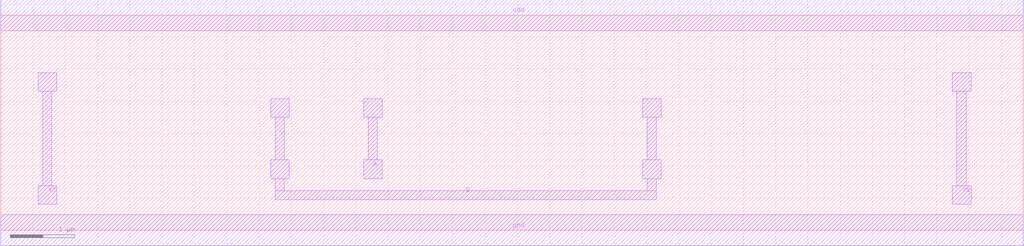
<source format=lef>
VERSION 5.7 ;
  NOWIREEXTENSIONATPIN ON ;
  DIVIDERCHAR "/" ;
  BUSBITCHARS "[]" ;
MACRO HAX1
  CLASS CORE ;
  FOREIGN HAX1 ;
  ORIGIN 0.000 0.000 ;
  SIZE 15.840 BY 3.330 ;
  SYMMETRY X Y R90 ;
  SITE unit ;
  PIN vdd
    DIRECTION INOUT ;
    USE POWER ;
    SHAPE ABUTMENT ;
    PORT
      LAYER met1 ;
        RECT 0.000 3.090 15.840 3.570 ;
    END
  END vdd
  PIN gnd
    DIRECTION INOUT ;
    USE GROUND ;
    SHAPE ABUTMENT ;
    PORT
      LAYER met1 ;
        RECT 0.000 -0.240 15.840 0.240 ;
    END
  END gnd
  PIN YS
    DIRECTION INOUT ;
    USE SIGNAL ;
    SHAPE ABUTMENT ;
    PORT
      LAYER met1 ;
        RECT 14.740 2.150 15.030 2.440 ;
        RECT 14.810 0.690 14.950 2.150 ;
        RECT 14.740 0.400 15.030 0.690 ;
    END
  END YS
  PIN YC
    DIRECTION INOUT ;
    USE SIGNAL ;
    SHAPE ABUTMENT ;
    PORT
      LAYER met1 ;
        RECT 0.580 2.150 0.870 2.440 ;
        RECT 0.650 0.690 0.790 2.150 ;
        RECT 0.580 0.400 0.870 0.690 ;
    END
  END YC
  PIN A
    DIRECTION INOUT ;
    USE SIGNAL ;
    SHAPE ABUTMENT ;
    PORT
      LAYER met1 ;
        RECT 5.620 1.750 5.910 2.040 ;
        RECT 5.690 1.090 5.830 1.750 ;
        RECT 5.620 0.800 5.910 1.090 ;
    END
  END A
  PIN B
    DIRECTION INOUT ;
    USE SIGNAL ;
    SHAPE ABUTMENT ;
    PORT
      LAYER met1 ;
        RECT 4.180 1.750 4.470 2.040 ;
        RECT 9.940 1.750 10.230 2.040 ;
        RECT 4.250 1.090 4.390 1.750 ;
        RECT 10.010 1.090 10.150 1.750 ;
        RECT 4.180 0.800 4.470 1.090 ;
        RECT 9.940 0.800 10.230 1.090 ;
        RECT 4.250 0.610 4.390 0.800 ;
        RECT 10.010 0.610 10.150 0.800 ;
        RECT 4.250 0.470 10.150 0.610 ;
    END
  END B
END HAX1
END LIBRARY


</source>
